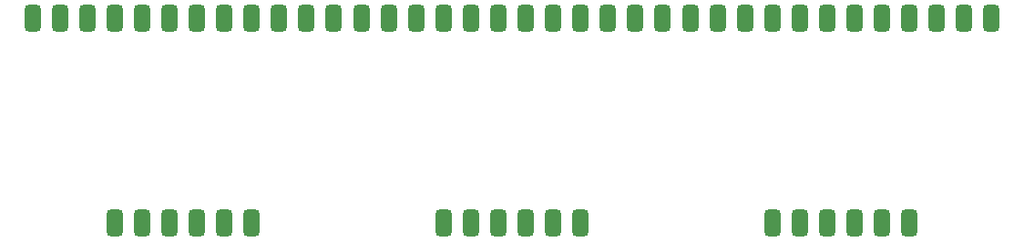
<source format=gbr>
%TF.GenerationSoftware,KiCad,Pcbnew,8.0.4*%
%TF.CreationDate,2024-08-10T16:38:39+08:00*%
%TF.ProjectId,mai-pico-nano-touch,6d61692d-7069-4636-9f2d-6e616e6f2d74,rev?*%
%TF.SameCoordinates,Original*%
%TF.FileFunction,Paste,Top*%
%TF.FilePolarity,Positive*%
%FSLAX46Y46*%
G04 Gerber Fmt 4.6, Leading zero omitted, Abs format (unit mm)*
G04 Created by KiCad (PCBNEW 8.0.4) date 2024-08-10 16:38:39*
%MOMM*%
%LPD*%
G01*
G04 APERTURE LIST*
G04 Aperture macros list*
%AMRoundRect*
0 Rectangle with rounded corners*
0 $1 Rounding radius*
0 $2 $3 $4 $5 $6 $7 $8 $9 X,Y pos of 4 corners*
0 Add a 4 corners polygon primitive as box body*
4,1,4,$2,$3,$4,$5,$6,$7,$8,$9,$2,$3,0*
0 Add four circle primitives for the rounded corners*
1,1,$1+$1,$2,$3*
1,1,$1+$1,$4,$5*
1,1,$1+$1,$6,$7*
1,1,$1+$1,$8,$9*
0 Add four rect primitives between the rounded corners*
20,1,$1+$1,$2,$3,$4,$5,0*
20,1,$1+$1,$4,$5,$6,$7,0*
20,1,$1+$1,$6,$7,$8,$9,0*
20,1,$1+$1,$8,$9,$2,$3,0*%
G04 Aperture macros list end*
%ADD10RoundRect,0.375000X-0.375000X-0.875000X0.375000X-0.875000X0.375000X0.875000X-0.375000X0.875000X0*%
G04 APERTURE END LIST*
D10*
%TO.C,U1*%
X144570000Y-74500000D03*
X142030000Y-74500000D03*
X139490000Y-74500000D03*
X136950000Y-74500000D03*
X134410000Y-74500000D03*
X131870000Y-74500000D03*
X129330000Y-74500000D03*
X126790000Y-74500000D03*
X124250000Y-74500000D03*
X121710000Y-74500000D03*
X119170000Y-74500000D03*
X116630000Y-74500000D03*
X136950000Y-93500000D03*
X134410000Y-93500000D03*
X131870000Y-93500000D03*
X129330000Y-93500000D03*
X126790000Y-93500000D03*
X124250000Y-93500000D03*
%TD*%
%TO.C,U2*%
X113970000Y-74500000D03*
X111430000Y-74500000D03*
X108890000Y-74500000D03*
X106350000Y-74500000D03*
X103810000Y-74500000D03*
X101270000Y-74500000D03*
X98730000Y-74500000D03*
X96190000Y-74500000D03*
X93650000Y-74500000D03*
X91110000Y-74500000D03*
X88570000Y-74500000D03*
X86030000Y-74500000D03*
X106350000Y-93500000D03*
X103810000Y-93500000D03*
X101270000Y-93500000D03*
X98730000Y-93500000D03*
X96190000Y-93500000D03*
X93650000Y-93500000D03*
%TD*%
%TO.C,U3*%
X83370000Y-74500000D03*
X80830000Y-74500000D03*
X78290000Y-74500000D03*
X75750000Y-74500000D03*
X73210000Y-74500000D03*
X70670000Y-74500000D03*
X68130000Y-74500000D03*
X65590000Y-74500000D03*
X63050000Y-74500000D03*
X60510000Y-74500000D03*
X57970000Y-74500000D03*
X55430000Y-74500000D03*
X75750000Y-93500000D03*
X73210000Y-93500000D03*
X70670000Y-93500000D03*
X68130000Y-93500000D03*
X65590000Y-93500000D03*
X63050000Y-93500000D03*
%TD*%
M02*

</source>
